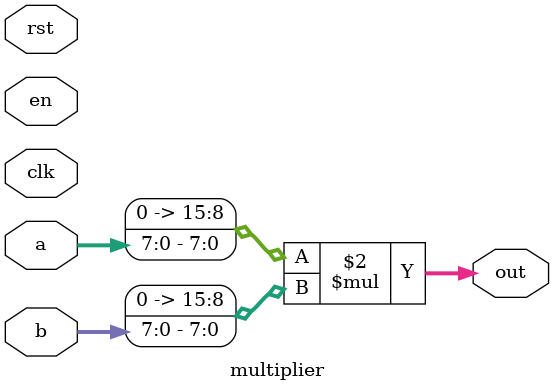
<source format=sv>

module multiplier #(
  parameter int width = 16
) (
  input logic clk,
  input logic rst,
  input logic en,

  input logic [7:0] a,
  input logic [7:0] b,
  output logic [15:0] out
);

always_comb
begin
  out = { {8{1'b0}}, a} * { {8{1'b0}}, b};
end

endmodule


</source>
